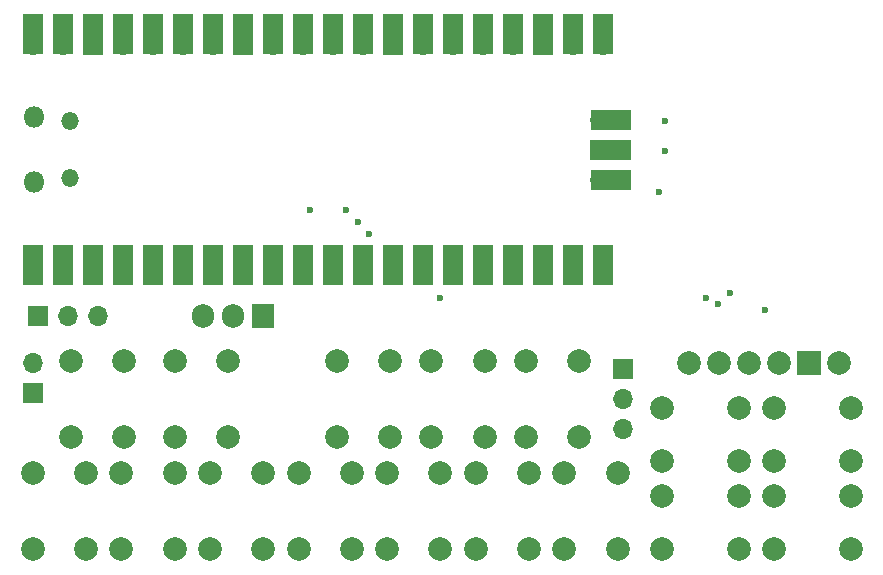
<source format=gts>
G04 #@! TF.GenerationSoftware,KiCad,Pcbnew,8.0.6*
G04 #@! TF.CreationDate,2024-11-03T10:51:15+01:00*
G04 #@! TF.ProjectId,pico_piano,7069636f-5f70-4696-916e-6f2e6b696361,rev?*
G04 #@! TF.SameCoordinates,Original*
G04 #@! TF.FileFunction,Soldermask,Top*
G04 #@! TF.FilePolarity,Negative*
%FSLAX46Y46*%
G04 Gerber Fmt 4.6, Leading zero omitted, Abs format (unit mm)*
G04 Created by KiCad (PCBNEW 8.0.6) date 2024-11-03 10:51:15*
%MOMM*%
%LPD*%
G01*
G04 APERTURE LIST*
%ADD10C,2.000000*%
%ADD11R,1.700000X1.700000*%
%ADD12O,1.700000X1.700000*%
%ADD13O,1.800000X1.800000*%
%ADD14O,1.500000X1.500000*%
%ADD15R,1.700000X3.500000*%
%ADD16R,3.500000X1.700000*%
%ADD17R,2.000000X2.000000*%
%ADD18R,1.905000X2.000000*%
%ADD19O,1.905000X2.000000*%
%ADD20C,0.600000*%
G04 APERTURE END LIST*
D10*
X167250000Y-65750000D03*
X173750000Y-65750000D03*
X167250000Y-70250000D03*
X173750000Y-70250000D03*
X142000000Y-77750000D03*
X142000000Y-71250000D03*
X146500000Y-77750000D03*
X146500000Y-71250000D03*
X130250000Y-68250000D03*
X130250000Y-61750000D03*
X134750000Y-68250000D03*
X134750000Y-61750000D03*
X138250000Y-68250000D03*
X138250000Y-61750000D03*
X142750000Y-68250000D03*
X142750000Y-61750000D03*
D11*
X154500000Y-62500000D03*
D12*
X154500000Y-65040000D03*
X154500000Y-67580000D03*
D10*
X104500000Y-77750000D03*
X104500000Y-71250000D03*
X109000000Y-77750000D03*
X109000000Y-71250000D03*
X149500000Y-77750000D03*
X149500000Y-71250000D03*
X154000000Y-77750000D03*
X154000000Y-71250000D03*
X134500000Y-77750000D03*
X134500000Y-71250000D03*
X139000000Y-77750000D03*
X139000000Y-71250000D03*
X164250000Y-70250000D03*
X157750000Y-70250000D03*
X164250000Y-65750000D03*
X157750000Y-65750000D03*
X146250000Y-68250000D03*
X146250000Y-61750000D03*
X150750000Y-68250000D03*
X150750000Y-61750000D03*
X112250000Y-61750000D03*
X112250000Y-68250000D03*
X107750000Y-61750000D03*
X107750000Y-68250000D03*
D11*
X104960000Y-58000000D03*
D12*
X107500000Y-58000000D03*
X110040000Y-58000000D03*
D10*
X119500000Y-77750000D03*
X119500000Y-71250000D03*
X124000000Y-77750000D03*
X124000000Y-71250000D03*
X127000000Y-77750000D03*
X127000000Y-71250000D03*
X131500000Y-77750000D03*
X131500000Y-71250000D03*
X112000000Y-77750000D03*
X112000000Y-71250000D03*
X116500000Y-77750000D03*
X116500000Y-71250000D03*
D13*
X104630000Y-46615000D03*
D14*
X107660000Y-46315000D03*
X107660000Y-41465000D03*
D13*
X104630000Y-41165000D03*
D12*
X104500000Y-52780000D03*
D15*
X104500000Y-53680000D03*
D12*
X107040000Y-52780000D03*
D15*
X107040000Y-53680000D03*
D11*
X109580000Y-52780000D03*
D15*
X109580000Y-53680000D03*
D12*
X112120000Y-52780000D03*
D15*
X112120000Y-53680000D03*
D12*
X114660000Y-52780000D03*
D15*
X114660000Y-53680000D03*
D12*
X117200000Y-52780000D03*
D15*
X117200000Y-53680000D03*
D12*
X119740000Y-52780000D03*
D15*
X119740000Y-53680000D03*
D11*
X122280000Y-52780000D03*
D15*
X122280000Y-53680000D03*
D12*
X124820000Y-52780000D03*
D15*
X124820000Y-53680000D03*
D12*
X127360000Y-52780000D03*
D15*
X127360000Y-53680000D03*
D12*
X129900000Y-52780000D03*
D15*
X129900000Y-53680000D03*
D12*
X132440000Y-52780000D03*
D15*
X132440000Y-53680000D03*
D11*
X134980000Y-52780000D03*
D15*
X134980000Y-53680000D03*
D12*
X137520000Y-52780000D03*
D15*
X137520000Y-53680000D03*
D12*
X140060000Y-52780000D03*
D15*
X140060000Y-53680000D03*
D12*
X142600000Y-52780000D03*
D15*
X142600000Y-53680000D03*
D12*
X145140000Y-52780000D03*
D15*
X145140000Y-53680000D03*
D11*
X147680000Y-52780000D03*
D15*
X147680000Y-53680000D03*
D12*
X150220000Y-52780000D03*
D15*
X150220000Y-53680000D03*
D12*
X152760000Y-52780000D03*
D15*
X152760000Y-53680000D03*
D12*
X152760000Y-35000000D03*
D15*
X152760000Y-34100000D03*
D12*
X150220000Y-35000000D03*
D15*
X150220000Y-34100000D03*
D11*
X147680000Y-35000000D03*
D15*
X147680000Y-34100000D03*
D12*
X145140000Y-35000000D03*
D15*
X145140000Y-34100000D03*
D12*
X142600000Y-35000000D03*
D15*
X142600000Y-34100000D03*
D12*
X140060000Y-35000000D03*
D15*
X140060000Y-34100000D03*
D12*
X137520000Y-35000000D03*
D15*
X137520000Y-34100000D03*
D11*
X134980000Y-35000000D03*
D15*
X134980000Y-34100000D03*
D12*
X132440000Y-35000000D03*
D15*
X132440000Y-34100000D03*
D12*
X129900000Y-35000000D03*
D15*
X129900000Y-34100000D03*
D12*
X127360000Y-35000000D03*
D15*
X127360000Y-34100000D03*
D12*
X124820000Y-35000000D03*
D15*
X124820000Y-34100000D03*
D11*
X122280000Y-35000000D03*
D15*
X122280000Y-34100000D03*
D12*
X119740000Y-35000000D03*
D15*
X119740000Y-34100000D03*
D12*
X117200000Y-35000000D03*
D15*
X117200000Y-34100000D03*
D12*
X114660000Y-35000000D03*
D15*
X114660000Y-34100000D03*
D12*
X112120000Y-35000000D03*
D15*
X112120000Y-34100000D03*
D11*
X109580000Y-35000000D03*
D15*
X109580000Y-34100000D03*
D12*
X107040000Y-35000000D03*
D15*
X107040000Y-34100000D03*
D12*
X104500000Y-35000000D03*
D15*
X104500000Y-34100000D03*
D12*
X152530000Y-46430000D03*
D16*
X153430000Y-46430000D03*
D11*
X152530000Y-43890000D03*
D16*
X153430000Y-43890000D03*
D12*
X152530000Y-41350000D03*
D16*
X153430000Y-41350000D03*
D10*
X116500000Y-68250000D03*
X116500000Y-61750000D03*
X121000000Y-68250000D03*
X121000000Y-61750000D03*
X157750000Y-73250000D03*
X164250000Y-73250000D03*
X157750000Y-77750000D03*
X164250000Y-77750000D03*
X160015000Y-62000000D03*
X162555000Y-62000000D03*
X165095000Y-62000000D03*
X167635000Y-62000000D03*
D17*
X170175000Y-62000000D03*
D10*
X172715000Y-62000000D03*
D18*
X124000000Y-58000000D03*
D19*
X121460000Y-58000000D03*
X118920000Y-58000000D03*
D11*
X104500000Y-64500000D03*
D12*
X104500000Y-61960000D03*
D10*
X167250000Y-73250000D03*
X173750000Y-73250000D03*
X167250000Y-77750000D03*
X173750000Y-77750000D03*
D20*
X166500000Y-57500000D03*
X158000000Y-41500000D03*
X158000000Y-44000000D03*
X157500000Y-47500000D03*
X161500000Y-56500000D03*
X162500000Y-57000000D03*
X163500000Y-56000000D03*
X139000000Y-56500000D03*
X128000000Y-49000000D03*
X131000000Y-49000000D03*
X132000000Y-50000000D03*
X133000000Y-51000000D03*
M02*

</source>
